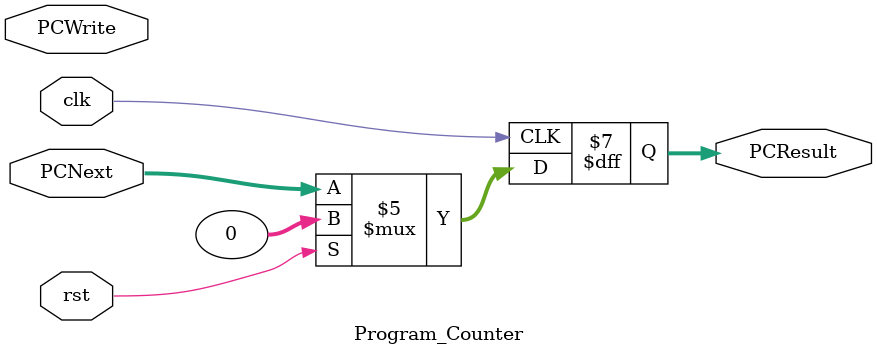
<source format=v>
`timescale 1ns/1ns

module Program_Counter (clk, rst, PCWrite, PCNext, PCResult);

	input       [31:0]  PCNext;
	input               rst, clk, PCWrite;

	output reg  [31:0]  PCResult;

	initial 
		PCResult <= -1;

    always @(posedge clk)
    begin
    	if (rst == 1)
    		PCResult = 32'b0;

    	else
			PCResult = PCNext;


		$monitor("PC=%h",PCResult);
    end

endmodule
</source>
